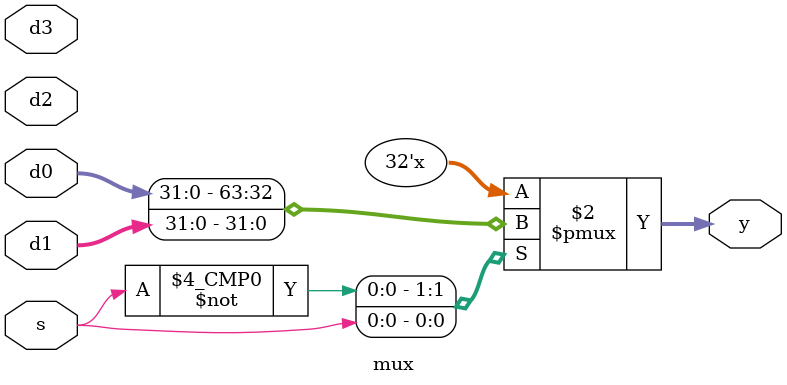
<source format=v>
module mux(s, y, d0, d1, d2, d3);
	parameter selectWidth = 1, width = 32;
	
	input [selectWidth - 1:0] s;
	input [width - 1:0] d0, d1, d2, d3;
	output reg [width - 1:0] y;
	
	always@(*)
		begin
		case(s)
			2'b00:
				begin
				y = d0;
				end
			2'b01:
				begin
				y = d1;
				end
			2'b10:
				begin
				y = d2;
				end
			2'b11:
				begin
				y = d3;
				end
		endcase
		end
endmodule
</source>
